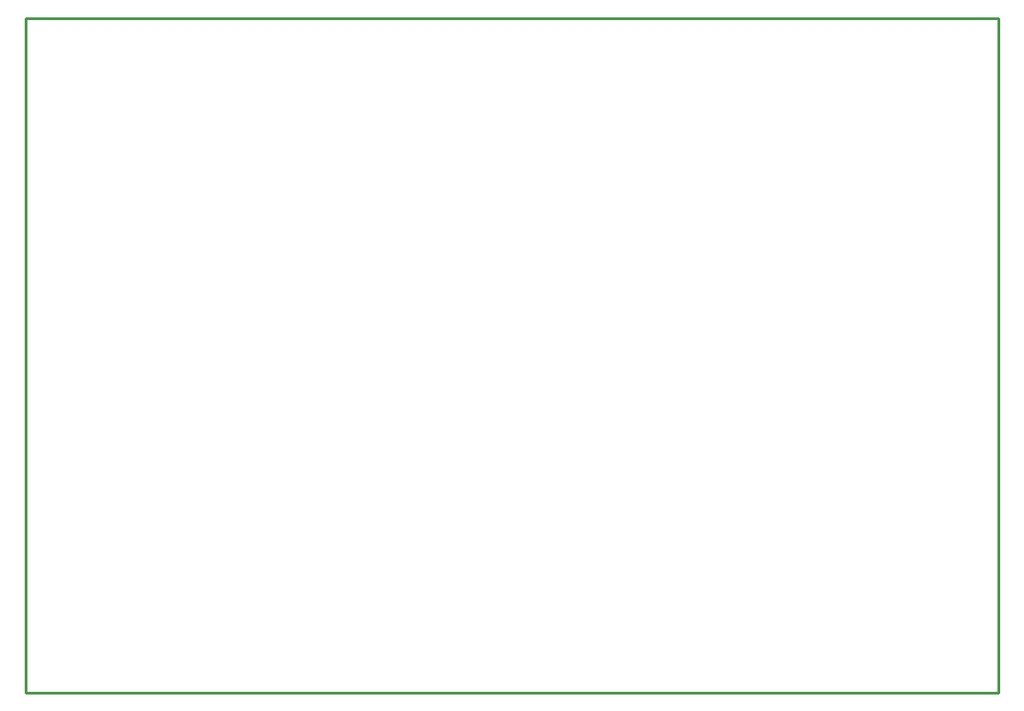
<source format=gbr>
G04 #@! TF.GenerationSoftware,KiCad,Pcbnew,no-vcs-found-ddec803~58~ubuntu14.04.1*
G04 #@! TF.CreationDate,2017-06-02T15:46:54+03:00*
G04 #@! TF.ProjectId,A64-OlinuXino_Rev_D,4136342D4F6C696E7558696E6F5F5265,D*
G04 #@! TF.FileFunction,Profile,NP*
%FSLAX46Y46*%
G04 Gerber Fmt 4.6, Leading zero omitted, Abs format (unit mm)*
G04 Created by KiCad (PCBNEW no-vcs-found-ddec803~58~ubuntu14.04.1) date Fri Jun  2 15:46:54 2017*
%MOMM*%
%LPD*%
G01*
G04 APERTURE LIST*
%ADD10C,0.100000*%
%ADD11C,0.254000*%
G04 APERTURE END LIST*
D10*
D11*
X100000000Y-37500000D02*
X100000000Y-100000000D01*
X190000000Y-37500000D02*
X100000000Y-37500000D01*
X190000000Y-100000000D02*
X190000000Y-37500000D01*
X100000000Y-100000000D02*
X190000000Y-100000000D01*
M02*

</source>
